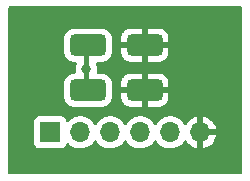
<source format=gbr>
%TF.GenerationSoftware,KiCad,Pcbnew,6.0.2+dfsg-1*%
%TF.CreationDate,2025-02-13T13:42:10+01:00*%
%TF.ProjectId,Borrador_Dise_o_VL53L0XBoard,426f7272-6164-46f7-925f-44697365f16f,rev?*%
%TF.SameCoordinates,Original*%
%TF.FileFunction,Copper,L2,Bot*%
%TF.FilePolarity,Positive*%
%FSLAX46Y46*%
G04 Gerber Fmt 4.6, Leading zero omitted, Abs format (unit mm)*
G04 Created by KiCad (PCBNEW 6.0.2+dfsg-1) date 2025-02-13 13:42:10*
%MOMM*%
%LPD*%
G01*
G04 APERTURE LIST*
G04 Aperture macros list*
%AMRoundRect*
0 Rectangle with rounded corners*
0 $1 Rounding radius*
0 $2 $3 $4 $5 $6 $7 $8 $9 X,Y pos of 4 corners*
0 Add a 4 corners polygon primitive as box body*
4,1,4,$2,$3,$4,$5,$6,$7,$8,$9,$2,$3,0*
0 Add four circle primitives for the rounded corners*
1,1,$1+$1,$2,$3*
1,1,$1+$1,$4,$5*
1,1,$1+$1,$6,$7*
1,1,$1+$1,$8,$9*
0 Add four rect primitives between the rounded corners*
20,1,$1+$1,$2,$3,$4,$5,0*
20,1,$1+$1,$4,$5,$6,$7,0*
20,1,$1+$1,$6,$7,$8,$9,0*
20,1,$1+$1,$8,$9,$2,$3,0*%
G04 Aperture macros list end*
%TA.AperFunction,SMDPad,CuDef*%
%ADD10RoundRect,0.339622X1.160378X0.560378X-1.160378X0.560378X-1.160378X-0.560378X1.160378X-0.560378X0*%
%TD*%
%TA.AperFunction,ComponentPad*%
%ADD11R,1.700000X1.700000*%
%TD*%
%TA.AperFunction,ComponentPad*%
%ADD12O,1.700000X1.700000*%
%TD*%
%TA.AperFunction,ViaPad*%
%ADD13C,0.800000*%
%TD*%
%TA.AperFunction,Conductor*%
%ADD14C,0.400000*%
%TD*%
G04 APERTURE END LIST*
D10*
%TO.P,C1,1*%
%TO.N,GND*%
X150228000Y-100076000D03*
%TO.P,C1,2*%
%TO.N,+3V3*%
X145428000Y-100076000D03*
%TD*%
%TO.P,C2,1*%
%TO.N,GND*%
X150228000Y-96266000D03*
%TO.P,C2,2*%
%TO.N,+3V3*%
X145428000Y-96266000D03*
%TD*%
D11*
%TO.P,J1,1,Pin_1*%
%TO.N,+3V3*%
X142240000Y-103632000D03*
D12*
%TO.P,J1,2,Pin_2*%
%TO.N,/SCL*%
X144780000Y-103632000D03*
%TO.P,J1,3,Pin_3*%
%TO.N,/SDA*%
X147320000Y-103632000D03*
%TO.P,J1,4,Pin_4*%
%TO.N,/GPIO1*%
X149860000Y-103632000D03*
%TO.P,J1,5,Pin_5*%
%TO.N,/XSHUT*%
X152400000Y-103632000D03*
%TO.P,J1,6,Pin_6*%
%TO.N,GND*%
X154940000Y-103632000D03*
%TD*%
D13*
%TO.N,+3V3*%
X145288000Y-98298000D03*
%TO.N,GND*%
X153416000Y-96266000D03*
%TD*%
D14*
%TO.N,+3V3*%
X145288000Y-98298000D02*
X145288000Y-99936000D01*
X145288000Y-96406000D02*
X145428000Y-96266000D01*
X145288000Y-98298000D02*
X145288000Y-96406000D01*
X145288000Y-99936000D02*
X145428000Y-100076000D01*
%TD*%
%TA.AperFunction,Conductor*%
%TO.N,GND*%
G36*
X158438121Y-92984002D02*
G01*
X158484614Y-93037658D01*
X158496000Y-93090000D01*
X158496000Y-107062000D01*
X158475998Y-107130121D01*
X158422342Y-107176614D01*
X158370000Y-107188000D01*
X138810000Y-107188000D01*
X138741879Y-107167998D01*
X138695386Y-107114342D01*
X138684000Y-107062000D01*
X138684000Y-104530134D01*
X140881500Y-104530134D01*
X140888255Y-104592316D01*
X140939385Y-104728705D01*
X141026739Y-104845261D01*
X141143295Y-104932615D01*
X141279684Y-104983745D01*
X141341866Y-104990500D01*
X143138134Y-104990500D01*
X143200316Y-104983745D01*
X143336705Y-104932615D01*
X143453261Y-104845261D01*
X143540615Y-104728705D01*
X143562799Y-104669529D01*
X143584598Y-104611382D01*
X143627240Y-104554618D01*
X143693802Y-104529918D01*
X143763150Y-104545126D01*
X143797817Y-104573114D01*
X143826250Y-104605938D01*
X143998126Y-104748632D01*
X144191000Y-104861338D01*
X144399692Y-104941030D01*
X144404760Y-104942061D01*
X144404763Y-104942062D01*
X144499862Y-104961410D01*
X144618597Y-104985567D01*
X144623772Y-104985757D01*
X144623774Y-104985757D01*
X144836673Y-104993564D01*
X144836677Y-104993564D01*
X144841837Y-104993753D01*
X144846957Y-104993097D01*
X144846959Y-104993097D01*
X145058288Y-104966025D01*
X145058289Y-104966025D01*
X145063416Y-104965368D01*
X145068366Y-104963883D01*
X145272429Y-104902661D01*
X145272434Y-104902659D01*
X145277384Y-104901174D01*
X145477994Y-104802896D01*
X145659860Y-104673173D01*
X145818096Y-104515489D01*
X145948453Y-104334077D01*
X145949776Y-104335028D01*
X145996645Y-104291857D01*
X146066580Y-104279625D01*
X146132026Y-104307144D01*
X146159875Y-104338994D01*
X146219987Y-104437088D01*
X146366250Y-104605938D01*
X146538126Y-104748632D01*
X146731000Y-104861338D01*
X146939692Y-104941030D01*
X146944760Y-104942061D01*
X146944763Y-104942062D01*
X147039862Y-104961410D01*
X147158597Y-104985567D01*
X147163772Y-104985757D01*
X147163774Y-104985757D01*
X147376673Y-104993564D01*
X147376677Y-104993564D01*
X147381837Y-104993753D01*
X147386957Y-104993097D01*
X147386959Y-104993097D01*
X147598288Y-104966025D01*
X147598289Y-104966025D01*
X147603416Y-104965368D01*
X147608366Y-104963883D01*
X147812429Y-104902661D01*
X147812434Y-104902659D01*
X147817384Y-104901174D01*
X148017994Y-104802896D01*
X148199860Y-104673173D01*
X148358096Y-104515489D01*
X148488453Y-104334077D01*
X148489776Y-104335028D01*
X148536645Y-104291857D01*
X148606580Y-104279625D01*
X148672026Y-104307144D01*
X148699875Y-104338994D01*
X148759987Y-104437088D01*
X148906250Y-104605938D01*
X149078126Y-104748632D01*
X149271000Y-104861338D01*
X149479692Y-104941030D01*
X149484760Y-104942061D01*
X149484763Y-104942062D01*
X149579862Y-104961410D01*
X149698597Y-104985567D01*
X149703772Y-104985757D01*
X149703774Y-104985757D01*
X149916673Y-104993564D01*
X149916677Y-104993564D01*
X149921837Y-104993753D01*
X149926957Y-104993097D01*
X149926959Y-104993097D01*
X150138288Y-104966025D01*
X150138289Y-104966025D01*
X150143416Y-104965368D01*
X150148366Y-104963883D01*
X150352429Y-104902661D01*
X150352434Y-104902659D01*
X150357384Y-104901174D01*
X150557994Y-104802896D01*
X150739860Y-104673173D01*
X150898096Y-104515489D01*
X151028453Y-104334077D01*
X151029776Y-104335028D01*
X151076645Y-104291857D01*
X151146580Y-104279625D01*
X151212026Y-104307144D01*
X151239875Y-104338994D01*
X151299987Y-104437088D01*
X151446250Y-104605938D01*
X151618126Y-104748632D01*
X151811000Y-104861338D01*
X152019692Y-104941030D01*
X152024760Y-104942061D01*
X152024763Y-104942062D01*
X152119862Y-104961410D01*
X152238597Y-104985567D01*
X152243772Y-104985757D01*
X152243774Y-104985757D01*
X152456673Y-104993564D01*
X152456677Y-104993564D01*
X152461837Y-104993753D01*
X152466957Y-104993097D01*
X152466959Y-104993097D01*
X152678288Y-104966025D01*
X152678289Y-104966025D01*
X152683416Y-104965368D01*
X152688366Y-104963883D01*
X152892429Y-104902661D01*
X152892434Y-104902659D01*
X152897384Y-104901174D01*
X153097994Y-104802896D01*
X153279860Y-104673173D01*
X153438096Y-104515489D01*
X153568453Y-104334077D01*
X153569640Y-104334930D01*
X153616960Y-104291362D01*
X153686897Y-104279145D01*
X153752338Y-104306678D01*
X153780166Y-104338511D01*
X153837694Y-104432388D01*
X153843777Y-104440699D01*
X153983213Y-104601667D01*
X153990580Y-104608883D01*
X154154434Y-104744916D01*
X154162881Y-104750831D01*
X154346756Y-104858279D01*
X154356042Y-104862729D01*
X154555001Y-104938703D01*
X154564899Y-104941579D01*
X154668250Y-104962606D01*
X154682299Y-104961410D01*
X154686000Y-104951065D01*
X154686000Y-104950517D01*
X155194000Y-104950517D01*
X155198064Y-104964359D01*
X155211478Y-104966393D01*
X155218184Y-104965534D01*
X155228262Y-104963392D01*
X155432255Y-104902191D01*
X155441842Y-104898433D01*
X155633095Y-104804739D01*
X155641945Y-104799464D01*
X155815328Y-104675792D01*
X155823200Y-104669139D01*
X155974052Y-104518812D01*
X155980730Y-104510965D01*
X156105003Y-104338020D01*
X156110313Y-104329183D01*
X156204670Y-104138267D01*
X156208469Y-104128672D01*
X156270377Y-103924910D01*
X156272555Y-103914837D01*
X156273986Y-103903962D01*
X156271775Y-103889778D01*
X156258617Y-103886000D01*
X155212115Y-103886000D01*
X155196876Y-103890475D01*
X155195671Y-103891865D01*
X155194000Y-103899548D01*
X155194000Y-104950517D01*
X154686000Y-104950517D01*
X154686000Y-103359885D01*
X155194000Y-103359885D01*
X155198475Y-103375124D01*
X155199865Y-103376329D01*
X155207548Y-103378000D01*
X156258344Y-103378000D01*
X156271875Y-103374027D01*
X156273180Y-103364947D01*
X156231214Y-103197875D01*
X156227894Y-103188124D01*
X156142972Y-102992814D01*
X156138105Y-102983739D01*
X156022426Y-102804926D01*
X156016136Y-102796757D01*
X155872806Y-102639240D01*
X155865273Y-102632215D01*
X155698139Y-102500222D01*
X155689552Y-102494517D01*
X155503117Y-102391599D01*
X155493705Y-102387369D01*
X155292959Y-102316280D01*
X155282988Y-102313646D01*
X155211837Y-102300972D01*
X155198540Y-102302432D01*
X155194000Y-102316989D01*
X155194000Y-103359885D01*
X154686000Y-103359885D01*
X154686000Y-102315102D01*
X154682082Y-102301758D01*
X154667806Y-102299771D01*
X154629324Y-102305660D01*
X154619288Y-102308051D01*
X154416868Y-102374212D01*
X154407359Y-102378209D01*
X154218463Y-102476542D01*
X154209738Y-102482036D01*
X154039433Y-102609905D01*
X154031726Y-102616748D01*
X153884590Y-102770717D01*
X153878109Y-102778722D01*
X153773498Y-102932074D01*
X153718587Y-102977076D01*
X153648062Y-102985247D01*
X153584315Y-102953993D01*
X153563618Y-102929509D01*
X153482822Y-102804617D01*
X153482820Y-102804614D01*
X153480014Y-102800277D01*
X153329670Y-102635051D01*
X153325619Y-102631852D01*
X153325615Y-102631848D01*
X153158414Y-102499800D01*
X153158410Y-102499798D01*
X153154359Y-102496598D01*
X153118028Y-102476542D01*
X153102136Y-102467769D01*
X152958789Y-102388638D01*
X152953920Y-102386914D01*
X152953916Y-102386912D01*
X152753087Y-102315795D01*
X152753083Y-102315794D01*
X152748212Y-102314069D01*
X152743119Y-102313162D01*
X152743116Y-102313161D01*
X152533373Y-102275800D01*
X152533367Y-102275799D01*
X152528284Y-102274894D01*
X152454452Y-102273992D01*
X152310081Y-102272228D01*
X152310079Y-102272228D01*
X152304911Y-102272165D01*
X152084091Y-102305955D01*
X151871756Y-102375357D01*
X151673607Y-102478507D01*
X151669474Y-102481610D01*
X151669471Y-102481612D01*
X151499100Y-102609530D01*
X151494965Y-102612635D01*
X151491393Y-102616373D01*
X151383729Y-102729037D01*
X151340629Y-102774138D01*
X151233201Y-102931621D01*
X151178293Y-102976621D01*
X151107768Y-102984792D01*
X151044021Y-102953538D01*
X151023324Y-102929054D01*
X150942822Y-102804617D01*
X150942820Y-102804614D01*
X150940014Y-102800277D01*
X150789670Y-102635051D01*
X150785619Y-102631852D01*
X150785615Y-102631848D01*
X150618414Y-102499800D01*
X150618410Y-102499798D01*
X150614359Y-102496598D01*
X150578028Y-102476542D01*
X150562136Y-102467769D01*
X150418789Y-102388638D01*
X150413920Y-102386914D01*
X150413916Y-102386912D01*
X150213087Y-102315795D01*
X150213083Y-102315794D01*
X150208212Y-102314069D01*
X150203119Y-102313162D01*
X150203116Y-102313161D01*
X149993373Y-102275800D01*
X149993367Y-102275799D01*
X149988284Y-102274894D01*
X149914452Y-102273992D01*
X149770081Y-102272228D01*
X149770079Y-102272228D01*
X149764911Y-102272165D01*
X149544091Y-102305955D01*
X149331756Y-102375357D01*
X149133607Y-102478507D01*
X149129474Y-102481610D01*
X149129471Y-102481612D01*
X148959100Y-102609530D01*
X148954965Y-102612635D01*
X148951393Y-102616373D01*
X148843729Y-102729037D01*
X148800629Y-102774138D01*
X148693201Y-102931621D01*
X148638293Y-102976621D01*
X148567768Y-102984792D01*
X148504021Y-102953538D01*
X148483324Y-102929054D01*
X148402822Y-102804617D01*
X148402820Y-102804614D01*
X148400014Y-102800277D01*
X148249670Y-102635051D01*
X148245619Y-102631852D01*
X148245615Y-102631848D01*
X148078414Y-102499800D01*
X148078410Y-102499798D01*
X148074359Y-102496598D01*
X148038028Y-102476542D01*
X148022136Y-102467769D01*
X147878789Y-102388638D01*
X147873920Y-102386914D01*
X147873916Y-102386912D01*
X147673087Y-102315795D01*
X147673083Y-102315794D01*
X147668212Y-102314069D01*
X147663119Y-102313162D01*
X147663116Y-102313161D01*
X147453373Y-102275800D01*
X147453367Y-102275799D01*
X147448284Y-102274894D01*
X147374452Y-102273992D01*
X147230081Y-102272228D01*
X147230079Y-102272228D01*
X147224911Y-102272165D01*
X147004091Y-102305955D01*
X146791756Y-102375357D01*
X146593607Y-102478507D01*
X146589474Y-102481610D01*
X146589471Y-102481612D01*
X146419100Y-102609530D01*
X146414965Y-102612635D01*
X146411393Y-102616373D01*
X146303729Y-102729037D01*
X146260629Y-102774138D01*
X146153201Y-102931621D01*
X146098293Y-102976621D01*
X146027768Y-102984792D01*
X145964021Y-102953538D01*
X145943324Y-102929054D01*
X145862822Y-102804617D01*
X145862820Y-102804614D01*
X145860014Y-102800277D01*
X145709670Y-102635051D01*
X145705619Y-102631852D01*
X145705615Y-102631848D01*
X145538414Y-102499800D01*
X145538410Y-102499798D01*
X145534359Y-102496598D01*
X145498028Y-102476542D01*
X145482136Y-102467769D01*
X145338789Y-102388638D01*
X145333920Y-102386914D01*
X145333916Y-102386912D01*
X145133087Y-102315795D01*
X145133083Y-102315794D01*
X145128212Y-102314069D01*
X145123119Y-102313162D01*
X145123116Y-102313161D01*
X144913373Y-102275800D01*
X144913367Y-102275799D01*
X144908284Y-102274894D01*
X144834452Y-102273992D01*
X144690081Y-102272228D01*
X144690079Y-102272228D01*
X144684911Y-102272165D01*
X144464091Y-102305955D01*
X144251756Y-102375357D01*
X144053607Y-102478507D01*
X144049474Y-102481610D01*
X144049471Y-102481612D01*
X143879100Y-102609530D01*
X143874965Y-102612635D01*
X143818537Y-102671684D01*
X143794283Y-102697064D01*
X143732759Y-102732494D01*
X143661846Y-102729037D01*
X143604060Y-102687791D01*
X143585207Y-102654243D01*
X143543767Y-102543703D01*
X143540615Y-102535295D01*
X143453261Y-102418739D01*
X143336705Y-102331385D01*
X143200316Y-102280255D01*
X143138134Y-102273500D01*
X141341866Y-102273500D01*
X141279684Y-102280255D01*
X141143295Y-102331385D01*
X141026739Y-102418739D01*
X140939385Y-102535295D01*
X140888255Y-102671684D01*
X140881500Y-102733866D01*
X140881500Y-104530134D01*
X138684000Y-104530134D01*
X138684000Y-99442263D01*
X143419500Y-99442263D01*
X143419501Y-100709736D01*
X143422392Y-100752160D01*
X143423735Y-100757548D01*
X143423736Y-100757552D01*
X143460019Y-100903073D01*
X143466972Y-100930960D01*
X143470004Y-100937067D01*
X143470005Y-100937071D01*
X143507939Y-101013488D01*
X143548906Y-101096016D01*
X143664373Y-101239627D01*
X143807984Y-101355094D01*
X143890512Y-101396061D01*
X143966929Y-101433995D01*
X143966933Y-101433996D01*
X143973040Y-101437028D01*
X144151840Y-101481608D01*
X144172483Y-101483015D01*
X144192116Y-101484354D01*
X144192127Y-101484354D01*
X144194263Y-101484500D01*
X145426852Y-101484500D01*
X146661736Y-101484499D01*
X146687466Y-101482746D01*
X146698615Y-101481986D01*
X146698616Y-101481986D01*
X146704160Y-101481608D01*
X146709548Y-101480265D01*
X146709552Y-101480264D01*
X146876338Y-101438679D01*
X146882960Y-101437028D01*
X146889067Y-101433996D01*
X146889071Y-101433995D01*
X146965488Y-101396061D01*
X147048016Y-101355094D01*
X147191627Y-101239627D01*
X147307094Y-101096016D01*
X147348061Y-101013488D01*
X147385995Y-100937071D01*
X147385996Y-100937067D01*
X147389028Y-100930960D01*
X147433608Y-100752160D01*
X147435015Y-100731517D01*
X147436354Y-100711884D01*
X147436354Y-100711873D01*
X147436500Y-100709737D01*
X147436500Y-100707536D01*
X148220001Y-100707536D01*
X148220148Y-100711837D01*
X148222513Y-100746546D01*
X148224236Y-100757485D01*
X148265793Y-100924164D01*
X148270477Y-100936897D01*
X148346298Y-101089637D01*
X148353603Y-101101060D01*
X148460458Y-101233959D01*
X148470041Y-101243542D01*
X148602940Y-101350397D01*
X148614363Y-101357702D01*
X148767103Y-101433523D01*
X148779836Y-101438207D01*
X148946511Y-101479763D01*
X148957457Y-101481487D01*
X148992166Y-101483854D01*
X148996461Y-101484000D01*
X149955885Y-101484000D01*
X149971124Y-101479525D01*
X149972329Y-101478135D01*
X149974000Y-101470452D01*
X149974000Y-101465884D01*
X150482000Y-101465884D01*
X150486475Y-101481123D01*
X150487865Y-101482328D01*
X150495548Y-101483999D01*
X151459536Y-101483999D01*
X151463837Y-101483852D01*
X151498546Y-101481487D01*
X151509485Y-101479764D01*
X151676164Y-101438207D01*
X151688897Y-101433523D01*
X151841637Y-101357702D01*
X151853060Y-101350397D01*
X151985959Y-101243542D01*
X151995542Y-101233959D01*
X152102397Y-101101060D01*
X152109702Y-101089637D01*
X152185523Y-100936897D01*
X152190207Y-100924164D01*
X152231763Y-100757489D01*
X152233487Y-100746543D01*
X152235854Y-100711834D01*
X152236000Y-100707539D01*
X152236000Y-100348115D01*
X152231525Y-100332876D01*
X152230135Y-100331671D01*
X152222452Y-100330000D01*
X150500115Y-100330000D01*
X150484876Y-100334475D01*
X150483671Y-100335865D01*
X150482000Y-100343548D01*
X150482000Y-101465884D01*
X149974000Y-101465884D01*
X149974000Y-100348115D01*
X149969525Y-100332876D01*
X149968135Y-100331671D01*
X149960452Y-100330000D01*
X148238116Y-100330000D01*
X148222877Y-100334475D01*
X148221672Y-100335865D01*
X148220001Y-100343548D01*
X148220001Y-100707536D01*
X147436500Y-100707536D01*
X147436499Y-99803885D01*
X148220000Y-99803885D01*
X148224475Y-99819124D01*
X148225865Y-99820329D01*
X148233548Y-99822000D01*
X149955885Y-99822000D01*
X149971124Y-99817525D01*
X149972329Y-99816135D01*
X149974000Y-99808452D01*
X149974000Y-99803885D01*
X150482000Y-99803885D01*
X150486475Y-99819124D01*
X150487865Y-99820329D01*
X150495548Y-99822000D01*
X152217884Y-99822000D01*
X152233123Y-99817525D01*
X152234328Y-99816135D01*
X152235999Y-99808452D01*
X152235999Y-99444464D01*
X152235852Y-99440163D01*
X152233487Y-99405454D01*
X152231764Y-99394515D01*
X152190207Y-99227836D01*
X152185523Y-99215103D01*
X152109702Y-99062363D01*
X152102397Y-99050940D01*
X151995542Y-98918041D01*
X151985959Y-98908458D01*
X151853060Y-98801603D01*
X151841637Y-98794298D01*
X151688897Y-98718477D01*
X151676164Y-98713793D01*
X151509489Y-98672237D01*
X151498543Y-98670513D01*
X151463834Y-98668146D01*
X151459538Y-98668000D01*
X150500115Y-98668000D01*
X150484876Y-98672475D01*
X150483671Y-98673865D01*
X150482000Y-98681548D01*
X150482000Y-99803885D01*
X149974000Y-99803885D01*
X149974000Y-98686116D01*
X149969525Y-98670877D01*
X149968135Y-98669672D01*
X149960452Y-98668001D01*
X148996464Y-98668001D01*
X148992163Y-98668148D01*
X148957454Y-98670513D01*
X148946515Y-98672236D01*
X148779836Y-98713793D01*
X148767103Y-98718477D01*
X148614363Y-98794298D01*
X148602940Y-98801603D01*
X148470041Y-98908458D01*
X148460458Y-98918041D01*
X148353603Y-99050940D01*
X148346298Y-99062363D01*
X148270477Y-99215103D01*
X148265793Y-99227836D01*
X148224237Y-99394511D01*
X148222513Y-99405457D01*
X148220146Y-99440166D01*
X148220000Y-99444462D01*
X148220000Y-99803885D01*
X147436499Y-99803885D01*
X147436499Y-99442264D01*
X147433608Y-99399840D01*
X147432263Y-99394443D01*
X147390679Y-99227662D01*
X147389028Y-99221040D01*
X147385996Y-99214933D01*
X147385995Y-99214929D01*
X147348061Y-99138512D01*
X147307094Y-99055984D01*
X147191627Y-98912373D01*
X147048016Y-98796906D01*
X146965488Y-98755939D01*
X146889071Y-98718005D01*
X146889067Y-98718004D01*
X146882960Y-98714972D01*
X146704160Y-98670392D01*
X146683517Y-98668985D01*
X146663884Y-98667646D01*
X146663873Y-98667646D01*
X146661737Y-98667500D01*
X146296619Y-98667500D01*
X146228498Y-98647498D01*
X146182005Y-98593842D01*
X146171901Y-98523568D01*
X146176786Y-98502564D01*
X146181542Y-98487928D01*
X146201504Y-98298000D01*
X146181542Y-98108072D01*
X146122527Y-97926444D01*
X146119223Y-97920721D01*
X146086186Y-97863499D01*
X146069448Y-97794503D01*
X146092669Y-97727411D01*
X146148476Y-97683524D01*
X146195305Y-97674499D01*
X146661736Y-97674499D01*
X146687466Y-97672746D01*
X146698615Y-97671986D01*
X146698616Y-97671986D01*
X146704160Y-97671608D01*
X146709548Y-97670265D01*
X146709552Y-97670264D01*
X146876338Y-97628679D01*
X146882960Y-97627028D01*
X146889067Y-97623996D01*
X146889071Y-97623995D01*
X146965488Y-97586061D01*
X147048016Y-97545094D01*
X147191627Y-97429627D01*
X147307094Y-97286016D01*
X147348061Y-97203488D01*
X147385995Y-97127071D01*
X147385996Y-97127067D01*
X147389028Y-97120960D01*
X147433608Y-96942160D01*
X147435015Y-96921517D01*
X147436354Y-96901884D01*
X147436354Y-96901873D01*
X147436500Y-96899737D01*
X147436500Y-96897536D01*
X148220001Y-96897536D01*
X148220148Y-96901837D01*
X148222513Y-96936546D01*
X148224236Y-96947485D01*
X148265793Y-97114164D01*
X148270477Y-97126897D01*
X148346298Y-97279637D01*
X148353603Y-97291060D01*
X148460458Y-97423959D01*
X148470041Y-97433542D01*
X148602940Y-97540397D01*
X148614363Y-97547702D01*
X148767103Y-97623523D01*
X148779836Y-97628207D01*
X148946511Y-97669763D01*
X148957457Y-97671487D01*
X148992166Y-97673854D01*
X148996461Y-97674000D01*
X149955885Y-97674000D01*
X149971124Y-97669525D01*
X149972329Y-97668135D01*
X149974000Y-97660452D01*
X149974000Y-97655884D01*
X150482000Y-97655884D01*
X150486475Y-97671123D01*
X150487865Y-97672328D01*
X150495548Y-97673999D01*
X151459536Y-97673999D01*
X151463837Y-97673852D01*
X151498546Y-97671487D01*
X151509485Y-97669764D01*
X151676164Y-97628207D01*
X151688897Y-97623523D01*
X151841637Y-97547702D01*
X151853060Y-97540397D01*
X151985959Y-97433542D01*
X151995542Y-97423959D01*
X152102397Y-97291060D01*
X152109702Y-97279637D01*
X152185523Y-97126897D01*
X152190207Y-97114164D01*
X152231763Y-96947489D01*
X152233487Y-96936543D01*
X152235854Y-96901834D01*
X152236000Y-96897539D01*
X152236000Y-96538115D01*
X152231525Y-96522876D01*
X152230135Y-96521671D01*
X152222452Y-96520000D01*
X150500115Y-96520000D01*
X150484876Y-96524475D01*
X150483671Y-96525865D01*
X150482000Y-96533548D01*
X150482000Y-97655884D01*
X149974000Y-97655884D01*
X149974000Y-96538115D01*
X149969525Y-96522876D01*
X149968135Y-96521671D01*
X149960452Y-96520000D01*
X148238116Y-96520000D01*
X148222877Y-96524475D01*
X148221672Y-96525865D01*
X148220001Y-96533548D01*
X148220001Y-96897536D01*
X147436500Y-96897536D01*
X147436499Y-95993885D01*
X148220000Y-95993885D01*
X148224475Y-96009124D01*
X148225865Y-96010329D01*
X148233548Y-96012000D01*
X149955885Y-96012000D01*
X149971124Y-96007525D01*
X149972329Y-96006135D01*
X149974000Y-95998452D01*
X149974000Y-95993885D01*
X150482000Y-95993885D01*
X150486475Y-96009124D01*
X150487865Y-96010329D01*
X150495548Y-96012000D01*
X152217884Y-96012000D01*
X152233123Y-96007525D01*
X152234328Y-96006135D01*
X152235999Y-95998452D01*
X152235999Y-95634464D01*
X152235852Y-95630163D01*
X152233487Y-95595454D01*
X152231764Y-95584515D01*
X152190207Y-95417836D01*
X152185523Y-95405103D01*
X152109702Y-95252363D01*
X152102397Y-95240940D01*
X151995542Y-95108041D01*
X151985959Y-95098458D01*
X151853060Y-94991603D01*
X151841637Y-94984298D01*
X151688897Y-94908477D01*
X151676164Y-94903793D01*
X151509489Y-94862237D01*
X151498543Y-94860513D01*
X151463834Y-94858146D01*
X151459538Y-94858000D01*
X150500115Y-94858000D01*
X150484876Y-94862475D01*
X150483671Y-94863865D01*
X150482000Y-94871548D01*
X150482000Y-95993885D01*
X149974000Y-95993885D01*
X149974000Y-94876116D01*
X149969525Y-94860877D01*
X149968135Y-94859672D01*
X149960452Y-94858001D01*
X148996464Y-94858001D01*
X148992163Y-94858148D01*
X148957454Y-94860513D01*
X148946515Y-94862236D01*
X148779836Y-94903793D01*
X148767103Y-94908477D01*
X148614363Y-94984298D01*
X148602940Y-94991603D01*
X148470041Y-95098458D01*
X148460458Y-95108041D01*
X148353603Y-95240940D01*
X148346298Y-95252363D01*
X148270477Y-95405103D01*
X148265793Y-95417836D01*
X148224237Y-95584511D01*
X148222513Y-95595457D01*
X148220146Y-95630166D01*
X148220000Y-95634462D01*
X148220000Y-95993885D01*
X147436499Y-95993885D01*
X147436499Y-95632264D01*
X147433608Y-95589840D01*
X147432263Y-95584443D01*
X147390679Y-95417662D01*
X147389028Y-95411040D01*
X147385996Y-95404933D01*
X147385995Y-95404929D01*
X147348061Y-95328512D01*
X147307094Y-95245984D01*
X147191627Y-95102373D01*
X147048016Y-94986906D01*
X146965488Y-94945939D01*
X146889071Y-94908005D01*
X146889067Y-94908004D01*
X146882960Y-94904972D01*
X146704160Y-94860392D01*
X146683517Y-94858985D01*
X146663884Y-94857646D01*
X146663873Y-94857646D01*
X146661737Y-94857500D01*
X145429148Y-94857500D01*
X144194264Y-94857501D01*
X144168534Y-94859254D01*
X144157385Y-94860014D01*
X144157384Y-94860014D01*
X144151840Y-94860392D01*
X144146452Y-94861735D01*
X144146448Y-94861736D01*
X144000927Y-94898019D01*
X143973040Y-94904972D01*
X143966933Y-94908004D01*
X143966929Y-94908005D01*
X143890512Y-94945939D01*
X143807984Y-94986906D01*
X143664373Y-95102373D01*
X143548906Y-95245984D01*
X143507939Y-95328512D01*
X143470005Y-95404929D01*
X143470004Y-95404933D01*
X143466972Y-95411040D01*
X143422392Y-95589840D01*
X143422009Y-95595457D01*
X143419647Y-95630111D01*
X143419500Y-95632263D01*
X143419501Y-96899736D01*
X143422392Y-96942160D01*
X143423735Y-96947548D01*
X143423736Y-96947552D01*
X143460019Y-97093073D01*
X143466972Y-97120960D01*
X143470004Y-97127067D01*
X143470005Y-97127071D01*
X143507939Y-97203488D01*
X143548906Y-97286016D01*
X143664373Y-97429627D01*
X143807984Y-97545094D01*
X143890512Y-97586061D01*
X143966929Y-97623995D01*
X143966933Y-97623996D01*
X143973040Y-97627028D01*
X144151840Y-97671608D01*
X144172483Y-97673015D01*
X144192116Y-97674354D01*
X144192127Y-97674354D01*
X144194263Y-97674500D01*
X144380695Y-97674500D01*
X144448816Y-97694502D01*
X144495309Y-97748158D01*
X144505413Y-97818432D01*
X144489814Y-97863499D01*
X144453473Y-97926444D01*
X144394458Y-98108072D01*
X144374496Y-98298000D01*
X144394458Y-98487928D01*
X144399213Y-98502560D01*
X144399214Y-98502564D01*
X144401242Y-98573531D01*
X144364580Y-98634330D01*
X144300868Y-98665655D01*
X144279381Y-98667501D01*
X144194264Y-98667501D01*
X144168534Y-98669254D01*
X144157385Y-98670014D01*
X144157384Y-98670014D01*
X144151840Y-98670392D01*
X144146452Y-98671735D01*
X144146448Y-98671736D01*
X144000927Y-98708019D01*
X143973040Y-98714972D01*
X143966933Y-98718004D01*
X143966929Y-98718005D01*
X143890512Y-98755939D01*
X143807984Y-98796906D01*
X143664373Y-98912373D01*
X143548906Y-99055984D01*
X143507939Y-99138512D01*
X143470005Y-99214929D01*
X143470004Y-99214933D01*
X143466972Y-99221040D01*
X143422392Y-99399840D01*
X143422009Y-99405457D01*
X143419647Y-99440111D01*
X143419500Y-99442263D01*
X138684000Y-99442263D01*
X138684000Y-93090000D01*
X138704002Y-93021879D01*
X138757658Y-92975386D01*
X138810000Y-92964000D01*
X158370000Y-92964000D01*
X158438121Y-92984002D01*
G37*
%TD.AperFunction*%
%TD*%
M02*

</source>
